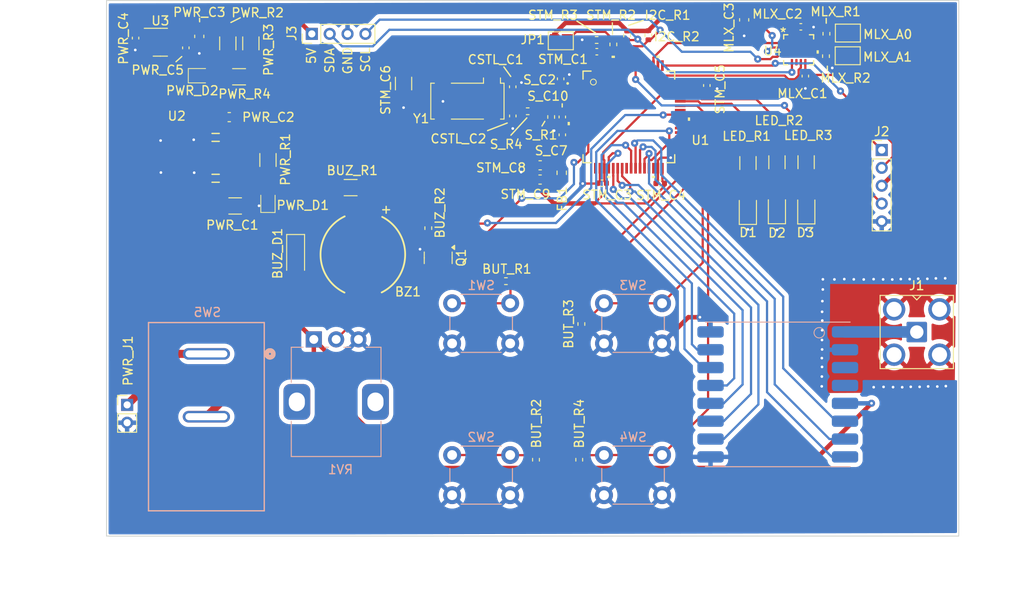
<source format=kicad_pcb>
(kicad_pcb (version 20240108) (generator "pcbnew") (generator_version "8.0")
  (layers (0 "F.Cu" signal) (31 "B.Cu" signal) (34 "B.Paste" user) (35 "F.Paste" user) (36 "B.SilkS" user "B.Silkscreen") (37 "F.SilkS" user "F.Silkscreen") (38 "B.Mask" user) (39 "F.Mask" user) (44 "Edge.Cuts" user))
  (net 0 "")
  (net 1 "GND")
  (net 2 "PUSH_1")
  (net 3 "PUSH_2")
  (net 4 "PUSH_3")
  (net 5 "PUSH_4")
  (net 6 "+3.3V")
  (net 7 "Net-(BUZ_D1-K)")
  (net 8 "Net-(BUZ_D1-A)")
  (net 9 "BUZZER")
  (net 10 "Net-(Q1-B)")
  (net 11 "OSC_IN")
  (net 12 "Net-(CSTL_C2-Pad1)")
  (net 13 "Net-(D1-A)")
  (net 14 "Net-(D2-A)")
  (net 15 "Net-(D3-A)")
  (net 16 "+3.3VA")
  (net 17 "I2C_SDA")
  (net 18 "I2C_SCL")
  (net 19 "/Capteurs/ANT")
  (net 20 "SYS_SWCLK")
  (net 21 "SYS_TRACESWO")
  (net 22 "SYS_SWDIO")
  (net 23 "+5V")
  (net 24 "Net-(JP1-B)")
  (net 25 "LED1")
  (net 26 "LED2")
  (net 27 "LED3")
  (net 28 "Net-(MLX_A0-B)")
  (net 29 "Net-(MLX_A1-B)")
  (net 30 "VCC")
  (net 31 "Net-(U3-Noise)")
  (net 32 "Net-(PWR_D1-A)")
  (net 33 "Net-(PWR_D2-A)")
  (net 34 "Net-(PWR_J1-Pin_1)")
  (net 36 "SPI_SCK")
  (net 37 "SPI_MOSI")
  (net 39 "SPI_MISO")
  (net 40 "RFM_NIRQ")
  (net 41 "SPI_RFM_CS")
  (net 42 "RFM_GPIO2")
  (net 43 "RFM_GPIO3")
  (net 44 "RFM_SDN")
  (net 45 "RFM_GPIO1")
  (net 46 "VOLUME")
  (net 47 "NRST")
  (net 48 "BOOT0")
  (net 49 "OSC_OUT")
  (net 53 "MLX_INT")
  (net 74 "MLX_INT{slash}TRIG")
  (net 82 "Net-(PWR_R2-Pad2)")
  (net 83 "Net-(PWR_R3-Pad2)")
  (footprint "Footprints:SOT-23-5" (layer "F.Cu") (at 105.83962 84.379372)
    (property "Reference" "U3")
    (property "Value" "NJM2882F05-TE1" (hide yes))
  )
  (footprint "Capacitor_SMD:C_0603_1608Metric" (layer "F.Cu") (at 148.342034 99.761996 180)
    (property "Reference" "STM_C9")
    (property "Value" "1u" (hide yes))
  )
  (footprint "Capacitor_SMD:C_0402_1005Metric" (layer "F.Cu") (at 145.278982 89.373488 90)
    (property "Reference" "CSTL_C1")
    (property "Value" "16p" (hide yes))
  )
  (footprint "Footprints:QFN-16_MLX90393_MEL-L" (layer "F.Cu") (at 177.278231 85.220567)
    (property "Reference" "U4")
    (property "Value" "MLX90393SLW-ABA-011-RE" (hide yes))
  )
  (footprint "Footprints:LTST-C190EKT" (layer "F.Cu") (at 110.490427 88.135148)
    (property "Reference" "PWR_D2")
    (property "Value" "Rouge" (hide yes))
  )
  (footprint "Capacitor_SMD:C_0402_1005Metric" (layer "F.Cu") (at 103.068486 83.916254 -90)
    (property "Reference" "PWR_C4")
    (property "Value" "100n" (hide yes))
  )
  (footprint "Jumper:SolderJumper-2_P1.3mm_Open_TrianglePad1.0x1.5mm" (layer "F.Cu") (at 150.659004 84.218428)
    (property "Reference" "JP1")
    (property "Value" "SolderJumper_2_Open" (hide yes))
  )
  (footprint "Footprints:Buzzer_D14mm_H7mm_P10mm" (layer "F.Cu") (at 128.498839 108.158845 -90)
    (property "Reference" "BZ1")
    (property "Value" "Buzzer" (hide yes))
  )
  (footprint "Resistor_SMD:R_0402_1005Metric" (layer "F.Cu") (at 144.518359 111.143805)
    (property "Reference" "BUT_R1")
    (property "Value" "10k" (hide yes))
  )
  (footprint "Capacitor_SMD:C_0402_1005Metric" (layer "F.Cu") (at 178.030825 88.171996 -90)
    (property "Reference" "MLX_C1")
    (property "Value" "100n" (hide yes))
  )
  (footprint "Connector_PinHeader_2.00mm:PinHeader_1x02_P2.00mm_Vertical" (layer "F.Cu") (at 102.1247 125.000704)
    (property "Reference" "PWR_J1")
    (property "Value" "Conn_01x02" (hide yes))
  )
  (footprint "Capacitor_SMD:C_0402_1005Metric" (layer "F.Cu") (at 155.282561 100.172607 180)
    (property "Reference" "STM_C3")
    (property "Value" "100n" (hide yes))
  )
  (footprint "Footprints:LTST-C170GKT" (layer "F.Cu") (at 178.134 102.891311 90)
    (property "Reference" "D3")
    (property "Value" "vert")
  )
  (footprint "Capacitor_SMD:C_0402_1005Metric" (layer "F.Cu") (at 161.784043 100.190872 180)
    (property "Reference" "STM_C4")
    (property "Value" "100n" (hide yes))
  )
  (footprint "Capacitor_SMD:C_0402_1005Metric" (layer "F.Cu") (at 154.690866 85.441841)
    (property "Reference" "STM_C1")
    (property "Value" "100n" (hide yes))
  )
  (footprint "Resistor_SMD:R_0402_1005Metric" (layer "F.Cu") (at 149.5818 92.752776 90)
    (property "Reference" "S_R1")
    (property "Value" "10k" (hide yes))
  )
  (footprint "Capacitor_SMD:C_0603_1608Metric" (layer "F.Cu") (at 148.351071 98.167376 180)
    (property "Reference" "STM_C8")
    (property "Value" "1u" (hide yes))
  )
  (footprint "Resistor_SMD:R_1206_3216Metric" (layer "F.Cu") (at 171.606194 97.912186 -90)
    (property "Reference" "LED_R1")
    (property "Value" "145")
  )
  (footprint "Capacitor_SMD:C_0402_1005Metric" (layer "F.Cu") (at 108.692757 85.011142 90)
    (property "Reference" "PWR_C5")
    (property "Value" "10n" (hide yes))
  )
  (footprint "Resistor_SMD:R_1206_3216Metric" (layer "F.Cu") (at 117.885532 97.572621 -90)
    (property "Reference" "PWR_R1")
    (property "Value" "145" (hide yes))
  )
  (footprint "Resistor_SMD:R_1206_3216Metric" (layer "F.Cu") (at 127.137717 100.66632 180)
    (property "Reference" "BUZ_R1")
    (property "Value" "30R")
  )
  (footprint "Resistor_SMD:R_0402_1005Metric" (layer "F.Cu") (at 146.95459 92.112051)
    (property "Reference" "S_R4")
    (property "Value" "R" (hide yes))
  )
  (footprint "Capacitor_SMD:C_0402_1005Metric" (layer "F.Cu") (at 150.828865 92.75254 -90)
    (property "Reference" "S_C10")
    (property "Value" "100n" (hide yes))
  )
  (footprint "Resistor_SMD:R_0402_1005Metric" (layer "F.Cu") (at 160.462331 83.595157 -90)
    (property "Reference" "I2C_R2")
    (property "Value" "10k" (hide yes))
  )
  (footprint "Resistor_SMD:R_1206_3216Metric" (layer "F.Cu") (at 114.652113 88.24969 180)
    (property "Reference" "PWR_R4")
    (property "Value" "145" (hide yes))
  )
  (footprint "Resistor_SMD:R_0402_1005Metric" (layer "F.Cu") (at 156.541962 84.625831 -90)
    (property "Reference" "STM_R2")
    (property "Value" "1k5" (hide yes))
  )
  (footprint "Connector_PinHeader_2.00mm:PinHeader_1x04_P2.00mm_Vertical" (layer "F.Cu") (at 122.793771 83.444547 90)
    (property "Reference" "J3")
    (property "Value" "Conn_01x04" (hide yes))
  )
  (footprint "Resistor_SMD:R_0402_1005Metric" (layer "F.Cu") (at 152.72226 131.144402 90)
    (property "Reference" "BUT_R4")
    (property "Value" "10k" (hide yes))
  )
  (footprint "Capacitor_SMD:C_0402_1005Metric" (layer "F.Cu") (at 150.830945 94.754238 90)
    (property "Reference" "S_C7")
    (property "Value" "10n")
  )
  (footprint "Footprints:LTST-C190EKT" (layer "F.Cu") (at 117.889205 101.929452 90)
    (property "Reference" "PWR_D1")
    (property "Value" "Rouge" (hide yes))
  )
  (footprint "Jumper:SolderJumper-2_P1.3mm_Open_TrianglePad1.0x1.5mm" (layer "F.Cu") (at 182.790757 83.354411 180)
    (property "Reference" "MLX_A0")
    (property "Value" "0" (hide yes))
  )
  (footprint "Resistor_SMD:R_1206_3216Metric" (layer "F.Cu") (at 174.851284 97.824974 -90)
    (property "Reference" "LED_R2")
    (property "Value" "145")
  )
  (footprint "Resistor_SMD:R_1206_3216Metric" (layer "F.Cu") (at 115.969343 84.507991 -90)
    (property "Reference" "PWR_R3")
    (property "Value" "145" (hide yes))
  )
  (footprint "Resistor_SMD:R_1206_3216Metric" (layer "F.Cu") (at 113.392153 84.507991 -90)
    (property "Reference" "PWR_R2")
    (property "Value" "145" (hide yes))
  )
  (footprint "Footprints:LTST-C170GKT" (layer "F.Cu") (at 174.847836 102.868888 90)
    (property "Reference" "D2")
    (property "Value" "vert")
  )
  (footprint "Resistor_SMD:R_1206_3216Metric" (layer "F.Cu") (at 178.116212 97.818212 -90)
    (property "Reference" "LED_R3")
    (property "Value" "145")
  )
  (footprint "Resistor_SMD:R_0402_1005Metric" (layer "F.Cu") (at 158.08034 83.62731 -90)
    (property "Reference" "I2C_R1")
    (property "Value" "10k" (hide yes))
  )
  (footprint "Resistor_SMD:R_0402_1005Metric" (layer "F.Cu") (at 152.962728 115.942218 90)
    (property "Reference" "BUT_R3")
    (property "Value" "10k" (hide yes))
  )
  (footprint "Capacitor_SMD:C_1206_3216Metric" (layer "F.Cu") (at 114.213326 102.720151)
    (property "Reference" "PWR_C1")
    (property "Value" "10u")
  )
  (footprint "Diode_SMD:D_SOD-123" (layer "F.Cu") (at 120.980217 108.27632 -90)
    (property "Reference" "BUZ_D1")
    (property "Value" "~")
  )
  (footprint "Capacitor_SMD:C_0402_1005Metric" (layer "F.Cu") (at 150.644835 88.481111 90)
    (property "Reference" "S_C2")
    (property "Value" "100n" (hide yes))
  )
  (footprint "Footprints:SOT-23" (layer "F.Cu") (at 136.938342 108.526334 -90)
    (property "Reference" "Q1")
    (property "Value" "MMBT3904" (hide yes))
  )
  (footprint "Jumper:SolderJumper-2_P1.3mm_Open_TrianglePad1.0x1.5mm" (layer "F.Cu") (at 182.772817 85.894411 180)
    (property "Reference" "MLX_A1")
    (property "Value" "0" (hide yes))
  )
  (footprint "Connector_PinHeader_2.00mm:PinHeader_1x05_P2.00mm_Vertical" (layer "F.Cu") (at 186.577203 96.45088)
    (property "Reference" "J2")
    (property "Value" "Conn_01x05_Socket" (hide yes))
  )
  (footprint "Resistor_SMD:R_0402_1005Metric" (layer "F.Cu") (at 180.388436 83.431731 90)
    (property "Reference" "MLX_R1")
    (property "Value" "10k" (hide yes))
  )
  (footprint "Footprints:LQFP64-10x10mm" (layer "F.Cu") (at 158.27861 92.744531)
    (property "Reference" "U1")
    (property "Value" "STM32F103RET6")
  )
  (footprint "Capacitor_SMD:C_0603_1608Metric" (layer "F.Cu") (at 171.181613 81.87451 -90)
    (property "Reference" "MLX_C3")
    (property "Value" "1u" (hide yes))
  )
  (footprint "Resistor_SMD:R_0402_1005Metric" (layer "F.Cu") (at 154.67277 84.131504 180)
    (property "Reference" "STM_R3")
    (property "Value" "10k" (hide yes))
  )
  (footprint "Resistor_SMD:R_0402_1005Metric" (layer "F.Cu") (at 180.339048 85.939371 -90)
    (property "Reference" "MLX_R2")
    (property "Value" "10k" (hide yes))
  )
  (footprint "Footprints:SMA_90deg" (layer "F.Cu") (at 190.5 116.84 -90)
    (property "Reference" "J1")
    (property "Value" "Conn_Coaxial")
  )
  (footprint "Capacitor_SMD:C_0603_1608Metric" (layer "F.Cu") (at 110.197582 83.725106 -90)
    (property "Reference" "PWR_C3")
    (property "Value" "1u" (hide yes))
  )
  (footprint "Footprints:LTST-C170GKT" (layer "F.Cu") (at 171.596103 102.941507 90)
    (property "Reference" "D1")
    (property "Value" "vert")
  )
  (footprint "Capacitor_SMD:C_0603_1608Metric" (layer "F.Cu") (at 113.552926 92.769922 180)
    (property "Reference" "PWR_C2")
    (property "Value" "4.7u" (hide yes))
  )
  (footprint "Capacitor_SMD:C_0402_1005Metric" (layer "F.Cu") (at 177.523578 82.654358)
    (property "Reference" "MLX_C2")
    (property "Value" "100n" (hide yes))
  )
  (footprint "Capacitor_SMD:C_0402_1005Metric" (layer "F.Cu") (at 145.287307 92.640414 -90)
    (property "Reference" "CSTL_C2")
    (property "Value" "16p" (hide yes))
  )
  (footprint "Capacitor_SMD:C_1206_3216Metric" (layer "F.Cu") (at 133.061517 89.007605 -90)
    (property "Reference" "STM_C6")
    (property "Value" "10u" (hide yes))
  )
  (footprint "Capacitor_SMD:C_0402_1005Metric" (layer "F.Cu") (at 167.002218 89.226716 -90)
    (property "Reference" "STM_C5")
    (property "Value" "100n" (hide yes))
  )
  (footprint "Footprints:Ferrite_0603" (layer "F.Cu") (at 150.762097 99.003301 90)
    (property "Reference" "FB1")
    (property "Value" "120R" (hide yes))
  )
  (footprint "Footprints:Crystal" (layer "F.Cu") (at 140.207307 90.979387 -90)
    (property "Reference" "Y1")
    (property "Value" "Crystal_GND24" (hide yes))
  )
  (footprint "Resistor_SMD:R_0402_1005Metric" (layer "F.Cu") (at 135.831105 105.204621 -90)
    (property "Reference" "BUZ_R2")
    (property "Value" "1k5")
  )
  (footprint "Resistor_SMD:R_0402_1005Metric" (layer "F.Cu") (at 147.882489 131.144402 90)
    (property "Reference" "BUT_R2")
    (property "Value" "10k" (hide yes))
  )
  (footprint "Footprints:DPAK-3_ONS-M" (layer "F.Cu") (at 107.722334 97.329514 90)
    (property "Reference" "U2")
    (property "Value" "NCV5501DT33RKG" (hide yes))
  )
  (footprint "Footprints:Potentiometer_Alps_RK09K_Single_Vertical" (layer "B.Cu") (at 123.016891 117.666496 -90)
    (property "Reference" "RV1")
    (property "Value" "R_Potentiometer")
  )
  (footprint "Footprints:SW_PUSH_6mm_H4.3mm" (layer "B.Cu") (at 161.996769 113.618461 180)
    (property "Reference" "SW3")
    (property "Value" "SW_Push")
  )
  (footprint "Footprints:SW_PUSH_6mm_H4.3mm" (layer "B.Cu") (at 144.996769 113.618461 180)
    (property "Reference" "SW1")
    (property "Value" "SW_Push")
  )
  (footprint "Footprints:SW_PUSH_6mm_H4.3mm" (layer "B.Cu") (at 161.996769 130.618461 180)
    (property "Reference" "SW4")
    (property "Value" "SW_Push")
  )
  (footprint "Footprints:SW_PUSH_6mm_H4.3mm" (layer "B.Cu") (at 144.996769 130.618461 180)
    (property "Reference" "SW2")
    (property "Value" "SW_Push")
  )
  (footprint "Footprints:RFM22b-S2" (layer "B.Cu") (at 175.853615 124.457388 180)
    (property "Reference" "RF1" (hide yes))
    (property "Value" "~" (hide yes))
  )
  (footprint "Footprints:D102J12S215PQA_CNK" (layer "B.Cu") (at 110.993874 119.288911 180)
    (property "Reference" "SW5")
    (property "Value" "SW_SPST")
  )
  (gr_line (start 113.739157 82.165267) (end 114.786529 81.641581) (stroke (width 0.153)) (layer "F.SilkS"))
  (gr_line (start 148.553402 93.758313) (end 148.870281 93.237727) (stroke (width 0.153)) (layer "F.SilkS"))
  (gr_line (start 145.079055 94.788168) (end 146.855839 92.852946) (stroke (width 0.153)) (layer "F.SilkS"))
  (gr_line (start 180.492785 87.061571) (end 180.492785 87.559786) (stroke (width 0.153)) (layer "F.SilkS"))
  (gr_line (start 152.459226 82.010023) (end 154.557905 83.354489) (stroke (width 0.153)) (layer "F.SilkS"))
  (gr_line (start 156.427226 82.203739) (end 156.451558 83.493291) (stroke (width 0.135)) (layer "F.SilkS"))
  (gr_line (start 158.263384 82.485505) (end 159.886581 81.928044) (stroke (width 0.153)) (layer "F.SilkS"))
  (gr_line (start 110.226097 81.707042) (end 110.235431 82.087205) (stroke (width 0.153)) (layer "F.SilkS"))
  (gr_line (start 180.363618 81.710369) (end 180.367228 82.247476) (stroke (width 0.153)) (layer "F.SilkS"))
  (gr_line (start 144.286859 87.149132) (end 145.056421 88.212938) (stroke (width 0.153)) (layer "F.SilkS"))
  (gr_line (start 107.597953 86.560884) (end 108.237671 85.985138) (stroke (width 0.153)) (layer "F.SilkS"))
  (gr_line (start 142.464807 94.278899) (end 144.660323 93.430117) (stroke (width 0.153)) (layer "F.SilkS"))
  (gr_line (start 150.816821 91.27987) (end 150.816821 91.6307) (stroke (width 0.153)) (layer "F.SilkS"))
  (gr_rect (start 99.82 79.7) (end 195.198436 139.7) (stroke (width 0.1)) (fill none) (layer "Edge.Cuts"))
  (gr_text "GND" (at 127.394014 88.065452 90) (layer "F.SilkS") (effects (font (size 1 1) (thickness 0.153)) (justify left bottom)))
  (gr_text "SCL" (at 129.384455 87.840343 90) (layer "F.SilkS") (effects (font (size 1 1) (thickness 0.153)) (justify left bottom)))
  (gr_text "SDA" (at 125.379878 87.935126 90) (layer "F.SilkS") (effects (font (size 1 1) (thickness 0.153)) (justify left bottom)))
  (gr_text "5V" (at 123.330198 86.91621 90) (layer "F.SilkS") (effects (font (size 1 1) (thickness 0.153)) (justify left bottom)))
  (segment (start 161.821052 97.312788) (end 162.957244 97.312788) (width 0.25) (layer "F.Cu") (net 1))
  (segment (start 137.457307 89.379387) (end 137.457307 90.992689) (width 0.25) (layer "F.Cu") (net 1))
  (segment (start 164.028609 89.49453) (end 166.790032 89.49453) (width 0.25) (layer "F.Cu") (net 1))
  (segment (start 154.139063 84.107797) (end 154.16277 84.131504) (width 0.25) (layer "F.Cu") (net 1))
  (segment (start 154.762813 100.212355) (end 154.802561 100.172607) (width 0.25) (layer "F.Cu") (net 1))
  (segment (start 153.053721 84.107797) (end 154.139063 84.107797) (width 0.25) (layer "F.Cu") (net 1))
  (segment (start 146.251543 88.893488) (end 146.256047 88.897992) (width 0.25) (layer "F.Cu") (net 1))
  (segment (start 171.590341 103.997269) (end 171.596103 103.991507) (width 0.25) (layer "F.Cu") (net 1))
  (segment (start 146.734536 98.929498) (end 147.567034 99.761996) (width 0.25) (layer "F.Cu") (net 1))
  (segment (start 155.028609 98.49453) (end 155.028609 99.946559) (width 0.25) (layer "F.Cu") (net 1))
  (segment (start 155.028609 85.584098) (end 155.170866 85.441841) (width 0.25) (layer "F.Cu") (net 1))
  (segment (start 177.278231 85.220567) (end 177.980231 84.518567) (width 0.25) (layer "F.Cu") (net 1))
  (segment (start 153.110556 100.212355) (end 154.762813 100.212355) (width 0.25) (layer "F.Cu") (net 1))
  (segment (start 178.127832 103.947479) (end 178.134 103.941311) (width 0.25) (layer "F.Cu") (net 1))
  (segment (start 145.287307 94.042746) (end 145.285621 94.044432) (width 0.25) (layer "F.Cu") (net 1))
  (segment (start 146.734536 98.929498) (end 146.813949 98.929498) (width 0.25) (layer "F.Cu") (net 1))
  (segment (start 171.181613 83.664858) (end 171.181613 82.64951) (width 0.25) (layer "F.Cu") (net 1))
  (segment (start 178.127832 105.371355) (end 178.127832 103.947479) (width 0.25) (layer "F.Cu") (net 1))
  (segment (start 161.528611 97.605229) (end 161.821052 97.312788) (width 0.25) (layer "F.Cu") (net 1))
  (segment (start 109.740427 88.135148) (end 109.740427 88.396221) (width 0.25) (layer "F.Cu") (net 1))
  (segment (start 137.470948 92.565746) (end 137.457307 92.579387) (width 0.25) (layer "F.Cu") (net 1))
  (segment (start 151.051237 94.49453) (end 150.830945 94.274238) (width 0.25) (layer "F.Cu") (net 1))
  (segment (start 177.980231 84.518567) (end 177.980231 83.871568) (width 0.25) (layer "F.Cu") (net 1))
  (segment (start 177.980231 83.871568) (end 178.028232 83.823567) (width 0.25) (layer "F.Cu") (net 1))
  (segment (start 154.135607 84.158667) (end 154.16277 84.131504) (width 0.25) (layer "F.Cu") (net 1))
  (segment (start 145.278982 88.893488) (end 146.251543 88.893488) (width 0.25) (layer "F.Cu") (net 1))
  (segment (start 135.988342 107.588834) (end 134.928844 107.588834) (width 0.25) (layer "F.Cu") (net 1))
  (segment (start 150.830945 94.274238) (end 150.830945 93.23462) (width 0.25) (layer "F.Cu") (net 1))
  (segment (start 116.886298 102.699827) (end 117.86883 102.699827) (width 0.5) (layer "F.Cu") (net 1))
  (segment (start 104.685238 84.396254) (end 104.70212 84.379372) (width 0.5) (layer "F.Cu") (net 1))
  (segment (start 178.030825 88.651996) (end 178.030825 89.552991) (width 0.25) (layer "F.Cu") (net 1))
  (segment (start 161.304043 100.190872) (end 161.528611 99.966304) (width 0.25) (layer "F.Cu") (net 1))
  (segment (start 178.028232 83.823567) (end 178.028232 82.679012) (width 0.25) (layer "F.Cu") (net 1))
  (segment (start 171.590341 105.343378) (end 171.590341 103.997269) (width 0.25) (layer "F.Cu") (net 1))
  (segment (start 145.287307 93.120414) (end 145.287307 94.042746) (width 0.25) (layer "F.Cu") (net 1))
  (segment (start 155.170866 85.1396) (end 155.170866 85.441841) (width 0.25) (layer "F.Cu") (net 1))
  (segment (start 150.819274 94.285909) (end 150.830945 94.274238) (width 0.25) (layer "F.Cu") (net 1))
  (segment (start 103.068486 85.21738) (end 103.035688 85.250178) (width 0.5) (layer "F.Cu") (net 1))
  (segment (start 150.644835 88.001111) (end 151.607343 88.001111) (width 0.25) (layer "F.Cu") (net 1))
  (segment (start 178.028232 82.679012) (end 178.003578 82.654358) (width 0.25) (layer "F.Cu") (net 1))
  (segment (start 110.197582 84.500106) (end 110.197582 85.627048) (width 0.5) (layer "F.Cu") (net 1))
  (segment (start 137.457307 90.992689) (end 137.470948 91.00633) (width 0.25) (layer "F.Cu") (net 1))
  (segment (start 108.692757 84.531142) (end 110.166546 84.531142) (width 0.5) (layer "F.Cu") (net 1))
  (segment (start 151.607343 88.001111) (end 151.609299 87.999155) (width 0.25) (layer "F.Cu") (net 1))
  (segment (start 174.854424 103.925476) (end 174.847836 103.918888) (width 0.25) (layer "F.Cu") (net 1))
  (segment (start 110.166546 84.531142) (end 110.197582 84.500106) (width 0.5) (layer "F.Cu") (net 1))
  (segment (start 154.16277 84.131504) (end 155.170866 85.1396) (width 0.25) (layer "F.Cu") (net 1))
  (segment (start 103.068486 84.396254) (end 104.685238 84.396254) (width 0.5) (layer "F.Cu") (net 1))
  (segment (start 112.777926 91.43372) (end 112.777926 92.769922) (width 0.25) (layer "F.Cu") (net 1))
  (segment (start 109.740427 88.135148) (end 109.740427 86.094255) (width 0.25) (layer "F.Cu") (net 1))
  (segment (start 166.229093 115.183123) (end 164.932107 115.183123) (width 0.5) (layer "F.Cu") (net 1))
  (segment (start 181.041186 87.260719) (end 180.339048 86.558581) (width 0.25) (layer "F.Cu") (net 1))
  (segment (start 178.003578 82.654358) (end 178.922136 82.654358) (width 0.25) (layer "F.Cu") (net 1))
  (segment (start 180.339048 86.558581) (end 180.339048 86.449371) (width 0.25) (layer "F.Cu") (net 1))
  (segment (start 155.028609 99.946559) (end 154.802561 100.172607) (width 0.25) (layer "F.Cu") (net 1))
  (segment (start 109.740427 88.396221) (end 112.777926 91.43372) (width 0.25) (layer "F.Cu") (net 1))
  (segment (start 110.197582 85.627048) (end 110.202608 85.632074) (width 0.5) (layer "F.Cu") (net 1))
  (segment (start 164.932107 115.183123) (end 161.996769 118.118461) (width 0.5) (layer "F.Cu") (net 1))
  (segment (start 137.470948 91.00633) (end 137.470948 92.565746) (width 0.25) (layer "F.Cu") (net 1))
  (segment (start 146.813949 98.929498) (end 147.576071 98.167376) (width 0.25) (layer "F.Cu") (net 1))
  (segment (start 178.030825 89.552991) (end 178.031338 89.553504) (width 0.25) (layer "F.Cu") (net 1))
  (segment (start 167.002218 89.706716) (end 168.027134 89.706716) (width 0.25) (layer "F.Cu") (net 1))
  (segment (start 155.028609 86.994532) (end 155.028609 85.584098) (width 0.25) (layer "F.Cu") (net 1))
  (segment (start 174.854424 105.399333) (end 174.854424 103.925476) (width 0.25) (layer "F.Cu") (net 1))
  (segment (start 149.909259 94.285909) (end 150.819274 94.285909) (width 0.25) (layer "F.Cu") (net 1))
  (segment (start 146.220496 98.929498) (end 146.734536 98.929498) (width 0.25) (layer "F.Cu") (net 1))
  (segment (start 134.928844 107.588834) (end 134.90458 107.56457) (width 0.25) (layer "F.Cu") (net 1))
  (segment (start 178.922136 82.654358) (end 178.950059 82.682281) (width 0.25) (layer "F.Cu") (net 1))
  (segment (start 161.528611 99.966304) (end 161.528611 98.49453) (width 0.25) (layer "F.Cu") (net 1))
  (segment (start 117.86883 102.699827) (end 117.889205 102.679452) (width 0.5) (layer "F.Cu") (net 1))
  (segment (start 115.688326 102.720151) (end 116.865974 102.720151) (width 0.5) (layer "F.Cu") (net 1))
  (segment (start 161.528611 98.49453) (end 161.528611 97.605229) (width 0.25) (layer "F.Cu") (net 1))
  (segment (start 180.148986 82.682281) (end 180.388436 82.921731) (width 0.25) (layer "F.Cu") (net 1))
  (segment (start 168.027134 89.706716) (end 168.154306 89.579544) (width 0.25) (layer "F.Cu") (net 1))
  (segment (start 103.068486 84.396254) (end 103.068486 85.21738) (width 0.5) (layer "F.Cu") (net 1))
  (segment (start 152.528611 94.49453) (end 151.051237 94.49453) (width 0.25) (layer "F.Cu") (net 1))
  (segment (start 166.790032 89.49453) (end 167.002218 89.706716) (width 0.25) (layer "F.Cu") (net 1))
  (segment (start 150.830945 93.23462) (end 150.828865 93.23254) (width 0.25) (layer "F.Cu") (net 1))
  (segment (start 133.061517 91.706123) (end 133.061517 90.482605) (width 0.25) (layer "F.Cu") (net 1))
  (segment (start 116.865974 102.720151) (end 116.886298 102.699827) (width 0.5) (layer "F.Cu") (net 1))
  (segment (start 109.740427 86.094255) (end 110.202608 85.632074) (width 0.25) (layer "F.Cu") (net 1))
  (segment (start 178.950059 82.682281) (end 180.148986 82.682281) (width 0.25) (layer "F.Cu") (net 1))
  (via (at 145.285621 94.044432) (size 0.8) (drill 0.3) (layers "F.Cu" "B.Cu") (net 1))
  (via (at 179.924996 115.555274) (size 0.8) (drill 0.3) (layers "F.Cu" "B.Cu") (net 1))
  (via (at 151.609299 87.999155) (size 0.8) (drill 0.3) (layers "F.Cu" "B.Cu") (net 1))
  (via (at 105.86951 95.39191) (size 0.8) (drill 0.3) (layers "F.Cu" "B.Cu") (net 1))
  (via (at 109.628932 98.993961) (size 0.8) (drill 0.3) (layers "F.Cu" "B.Cu") (net 1))
  (via (at 190.659701 110.869399) (size 0.8) (drill 0.3) (layers "F.Cu" "B.Cu") (net 1))
  (via (at 191.772852 122.935821) (size 0.8) (drill 0.3) (layers "F.Cu" "B.Cu") (net 1))
  (via (at 192.63826 110.833905) (size 0.8) (drill 0.3) (layers "F.Cu" "B.Cu") (net 1))
  (via (at 116.886298 102.699827) (size 0.8) (drill 0.3) (layers "F.Cu" "B.Cu") (net 1))
  (via (at 179.863446 122.924609) (size 0.8) (drill 0.3) (layers "F.Cu" "B.Cu") (net 1))
  (via (at 162.957244 97.312788) (size 0.8) (drill 0.3) (layers "F.Cu" "B.Cu") (net 1))
  (via (at 110.202608 85.632074) (size 0.8) (drill 0.3) (layers "F.Cu" "B.Cu") (net 1))
  (via (at 153.053721 84.107797) (size 0.8) (drill 0.3) (layers "F.Cu" "B.Cu") (net 1))
  (via (at 185.668773 110.922046) (size 0.8) (drill 0.3) (layers "F.Cu" "B.Cu") (net 1))
  (via (at 153.110556 100.212355) (size 0.8) (drill 0.3) (layers "F.Cu" "B.Cu") (net 1))
  (via (at 187.846357 123.013433) (size 0.8) (drill 0.3) (layers "F.Cu" "B.Cu") (net 1))
  (via (at 179.985733 112.073646) (size 0.8) (drill 0.3) (layers "F.Cu" "B.Cu") (net 1))
  (via (at 105.904482 98.976475) (size 0.8) (drill 0.3) (layers "F.Cu" "B.Cu") (net 1))
  (via (at 179.903897 118.794122) (size 0.8) (drill 0.3) (layers "F.Cu" "B.Cu") (net 1))
  (via (at 182.386972 110.914943) (size 0.8) (drill 0.3) (layers "F.Cu" "B.Cu") (net 1))
  (via (at 193.751411 122.900327) (size 0.8) (drill 0.3) (layers "F.Cu" "B.Cu") (net 1))
  (via (at 103.035688 85.250178) (size 0.8) (drill 0.3) (layers "F.Cu" "B.Cu") (net 1))
  (via (at 190.817553 122.981705) (size 0.8) (drill 0.3) (layers "F.Cu" "B.Cu") (net 1))
  (via (at 179.992528 110.939908) (size 0.8) (drill 0.3) (layers "F.Cu" "B.Cu") (net 1))
  (via (at 174.854424 105.399333) (size 0.8) (drill 0.3) (layers "F.Cu" "B.Cu") (net 1))
  (via (at 146.256047 88.897992) (size 0.8) (drill 0.3) (layers "F.Cu" "B.Cu") (net 1))
  (via (at 179.876844 121.828526) (size 0.8) (drill 0.3) (layers "F.Cu" "B.Cu") (net 1))
  (via (at 109.576475 95.304482) (size 0.8) (drill 0.3) (layers "F.Cu" "B.Cu") (net 1))
  (via (at 181.281387 110.946531) (size 0.8) (drill 0.3) (layers "F.Cu" "B.Cu") (net 1))
  (via (at 188.711765 110.911517) (size 0.8) (drill 0.3) (layers "F.Cu" "B.Cu") (net 1))
  (via (at 171.590341 105.343378) (size 0.8) (drill 0.3) (layers "F.Cu" "B.Cu") (net 1))
  (via (at 189.704402 110.915283) (size 0.8) (drill 0.3) (layers "F.Cu" "B.Cu") (net 1))
  (via (at 137.470948 91.00633) (size 0.8) (drill 0.3) (layers "F.Cu" "B.Cu") (net 1))
  (via (at 193.680503 110.822398) (size 0.8) (drill 0.3) (layers "F.Cu" "B.Cu") (net 1))
  (via (at 168.154306 89.579544) (size 0.8) (drill 0.3) (layers "F.Cu" "B.Cu") (net 1))
  (via (at 185.676339 123.020056) (size 0.8) (drill 0.3) (layers "F.Cu" "B.Cu") (net 1))
  (via (at 188.869617 123.023823) (size 0.8) (drill 0.3) (layers "F.Cu" "B.Cu") (net 1))
  (via (at 134.90458 107.56457) (size 0.8) (drill 0.3) (layers "F.Cu" "B.Cu") (net 1))
  (via (at 187.756466 110.957401) (size 0.8) (drill 0.3) (layers "F.Cu" "B.Cu") (net 1))
  (via (at 166.229093 115.183123) (size 0.8) (drill 0.3) (layers "F.Cu" "B.Cu") (net 1))
  (via (at 179.904057 114.573716) (size 0.8) (drill 0.3) (layers "F.Cu" "B.Cu") (net 1))
  (via (at 179.892734 117.734173) (size 0.8) (drill 0.3) (layers "F.Cu" "B.Cu") (net 1))
  (via (at 179.874769 119.764152) (size 0.8) (drill 0.3) (layers "F.Cu" "B.Cu") (net 1))
  (via (at 184.563188 110.953634) (size 0.8) (drill 0.3) (layers "F.Cu" "B.Cu") (net 1))
  (via (at 183.451405 110.939908) (size 0.8) (drill 0.3) (layers "F.Cu" "B.Cu") (net 1))
  (via (at 178.031338 89.553504) (size 0.8) (drill 0.3) (layers "F.Cu" "B.Cu") (net 1))
  (via (at 149.909259 94.285909) (size 0.8) (drill 0.3) (layers "F.Cu" "B.Cu") (net 1))
  (via (at 171.181613 83.664858) (size 0.8) (drill 0.3) (layers "F.Cu" "B.Cu") (net 1))
  (via (at 146.220496 98.929498) (size 0.8) (drill 0.3) (layers "F.Cu" "B.Cu") (net 1))
  (via (at 191.682961 110.879789) (size 0.8) (drill 0.3) (layers "F.Cu" "B.Cu") (net 1))
  (via (at 178.127832 105.371355) (size 0.8) (drill 0.3) (layers "F.Cu" "B.Cu") (net 1))
  (via (at 192.796112 122.946211) (size 0.8) (drill 0.3) (layers "F.Cu" "B.Cu") (net 1))
  (via (at 178.950059 82.682281) (size 0.8) (drill 0.3) (layers "F.Cu" "B.Cu") (net 1))
  (via (at 186.781924 122.988468) (size 0.8) (drill 0.3) (layers "F.Cu" "B.Cu") (net 1))
  (via (at 179.895708 120.74571) (size 0.8) (drill 0.3) (layers "F.Cu" "B.Cu") (net 1))
  (via (at 189.824916 122.977939) (size 0.8) (drill 0.3) (layers "F.Cu" "B.Cu") (net 1))
  (via (at 179.933746 113.38198) (size 0.8) (drill 0.3) (layers "F.Cu" "B.Cu") (net 1))
  (via (at 179.906132 116.63809) (size 0.8) (drill 0.3) (layers "F.Cu" "B.Cu") (net 1))
  (via (at 181.041186 87.260719) (size 0.8) (drill 0.3) (layers "F.Cu" "B.Cu") (net 1))
  (via (at 133.061517 91.706123) (size 0.8) (drill 0.3) (layers "F.Cu" "B.Cu") (net 1))
  (via (at 186.733206 110.947011) (size 0.8) (drill 0.3) (layers "F.Cu" "B.Cu") (net 1))
  (segment (start 179.937163 118.827388) (end 182.468615 118.827388) (width 0.5) (layer "B.Cu") (net 1))
  (segment (start 179.903897 118.794122) (end 179.937163 118.827388) (width 0.5) (layer "B.Cu") (net 1))
  (segment (start 144.996769 113.618461) (end 138.496769 113.618461) (width 0.25) (layer "F.Cu") (net 2))
  (segment (start 145.028359 113.586871) (end 144.996769 113.618461) (width 0.25) (layer "F.Cu") (net 2))
  (segment (start 145.028359 111.143805) (end 145.028359 113.586871) (width 0.25) (layer "F.Cu") (net 2))
  (segment (start 164.028609 99.397796) (end 152.2826 111.143805) (width 0.25) (layer "F.Cu") (net 2))
  (segment (start 152.2826 111.143805) (end 145.028359 111.143805) (width 0.25) (layer "F.Cu") (net 2))
  (segment (start 164.028609 96.494531) (end 164.028609 99.397796) (width 0.25) (layer "F.Cu") (net 2))
  (segment (start 164.92791 95.994532) (end 165.931608 96.99823) (width 0.25) (layer "F.Cu") (net 3))
  (segment (start 165.931608 96.99823) (end 165.931608 99.278995) (width 0.25) (layer "F.Cu") (net 3))
  (segment (start 165.931608 99.278995) (end 147.882489 117.328114) (width 0.25) (layer "F.Cu") (net 3))
  (segment (start 144.996769 130.618461) (end 138.496769 130.618461) (width 0.25) (layer "F.Cu") (net 3))
  (segment (start 147.882489 117.328114) (end 147.882489 130.634402) (width 0.25) (layer "F.Cu") (net 3))
  (segment (start 164.028609 95.994532) (end 164.92791 95.994532) (width 0.25) (layer "F.Cu") (net 3))
  (segment (start 147.882489 130.634402) (end 145.01271 130.634402) (width 0.25) (layer "F.Cu") (net 3))
  (segment (start 145.01271 130.634402) (end 144.996769 130.618461) (width 0.25) (layer "F.Cu") (net 3))
  (segment (start 165.285899 95.494531) (end 166.54251 96.751142) (width 0.25) (layer "F.Cu") (net 4))
  (segment (start 166.54251 96.751142) (end 166.54251 109.07272) (width 0.25) (layer "F.Cu") (net 4))
  (segment (start 164.028609 95.494531) (end 165.285899 95.494531) (width 0.25) (layer "F.Cu") (net 4))
  (segment (start 153.683012 115.432218) (end 155.496769 113.618461) (width 0.25) (layer "F.Cu") (net 4))
  (segment (start 166.54251 109.07272) (end 161.996769 113.618461) (width 0.25) (layer "F.Cu") (net 4))
  (segment (start 152.962728 115.432218) (end 153.683012 115.432218) (width 0.25) (layer "F.Cu") (net 4))
  (segment (start 161.996769 113.618461) (end 155.496769 113.618461) (width 0.25) (layer "F.Cu") (net 4))
  (segment (start 161.996769 130.618461) (end 167.142697 125.472533) (width 0.25) (layer "F.Cu") (net 5))
  (segment (start 155.480828 130.634402) (end 155.496769 130.618461) (width 0.25) (layer "F.Cu") (net 5))
  (segment (start 152.72226 130.634402) (end 155.480828 130.634402) (width 0.25) (layer "F.Cu") (net 5))
  (segment (start 167.142697 125.472533) (end 167.142697 96.454761) (width 0.25) (layer "F.Cu") (net 5))
  (segment (start 167.142697 96.454761) (end 165.682468 94.994532) (width 0.25) (layer "F.Cu") (net 5))
  (segment (start 155.496769 130.618461) (end 161.996769 130.618461) (width 0.25) (layer "F.Cu") (net 5))
  (segment (start 165.682468 94.994532) (end 164.028609 94.994532) (width 0.25) (layer "F.Cu") (net 5))
  (segment (start 155.422097 96.701742) (end 155.422097 97.491488) (width 0.25) (layer "F.Cu") (net 6))
  (segment (start 114.327926 92.769922) (end 117.778819 92.769922) (width 0.5) (layer "F.Cu") (net 6))
  (segment (start 150.369753 129.578517) (end 152.445638 131.654402) (width 0.5) (layer "F.Cu") (net 6))
  (segment (start 114.186634 92.911214) (end 114.327926 92.769922) (width 0.5) (layer "F.Cu") (net 6))
  (segment (start 185.435679 124.818408) (end 178.185626 132.068461) (width 0.5) (layer "F.Cu") (net 6))
  (segment (start 150.594301 86.063844) (end 153.588863 86.063844) (width 0.5) (layer "F.Cu") (net 6))
  (segment (start 117.778819 92.769922) (end 125.675217 100.66632) (width 0.5) (layer "F.Cu") (net 6))
  (segment (start 155.762561 100.172607) (end 155.762561 101.102884) (width 0.25) (layer "F.Cu") (net 6))
  (segment (start 117.778819 92.769922) (end 117.915443 92.769922) (width 0.5) (layer "F.Cu") (net 6))
  (segment (start 155.422097 97.491488) (end 155.52861 97.598001) (width 0.25) (layer "F.Cu") (net 6))
  (segment (start 178.185626 132.068461) (end 153.136319 132.068461) (width 0.5) (layer "F.Cu") (net 6))
  (segment (start 149.934004 84.218428) (end 146.619827 87.532605) (width 0.5) (layer "F.Cu") (net 6))
  (segment (start 149.934004 83.463428) (end 149.934004 84.218428) (width 0.5) (layer "F.Cu") (net 6))
  (segment (start 186.577203 100.45088) (end 188.383776 98.644307) (width 0.5) (layer "F.Cu") (net 6))
  (segment (start 182.015856 81.09951) (end 183.515757 82.599411) (width 0.5) (layer "F.Cu") (net 6))
  (segment (start 188.383776 98.644307) (end 188.383776 88.22243) (width 0.5) (layer "F.Cu") (net 6))
  (segment (start 148.162605 100.716425) (end 149.881315 102.435135) (width 0.5) (layer "F.Cu") (net 6))
  (segment (start 150.369753 129.487137) (end 148.202488 131.654402) (width 0.5) (layer "F.Cu") (net 6))
  (segment (start 149.117034 99.761996) (end 150.720792 99.761996) (width 0.25) (layer "F.Cu") (net 6))
  (segment (start 123.016891 117.666496) (end 123.016891 121.689193) (width 0.5) (layer "F.Cu") (net 6))
  (segment (start 163.129308 88.994531) (end 155.422097 96.701742) (width 0.25) (layer "F.Cu") (net 6))
  (segment (start 155.52861 97.598001) (end 155.52861 98.49453) (width 0.25) (layer "F.Cu") (net 6))
  (segment (start 160.329779 102.435135) (end 154.43031 102.435135) (width 0.25) (layer "F.Cu") (net 6))
  (segment (start 146.619827 87.532605) (end 146.602137 87.532605) (width 0.5) (layer "F.Cu") (net 6))
  (segment (start 173.78891 85.401602) (end 174.219945 84.970567) (width 0.25) (layer "F.Cu") (net 6))
  (segment (start 162.02861 99.955439) (end 162.264043 100.190872) (width 0.25) (layer "F.Cu") (net 6))
  (segment (start 133.061517 87.532605) (end 135.389393 89.860481) (width 0.5) (layer "F.Cu") (net 6))
  (segment (start 155.762561 101.102884) (end 154.43031 102.435135) (width 0.25) (layer "F.Cu") (net 6))
  (segment (start 147.46843 132.068461) (end 147.882489 131.654402) (width 0.5) (layer "F.Cu") (net 6))
  (segment (start 116.814924 95.039513) (end 117.885532 96.110121) (width 0.5) (layer "F.Cu") (net 6))
  (segment (start 114.186634 95.039513) (end 114.186634 92.911214) (width 0.5) (layer "F.Cu") (net 6))
  (segment (start 157.183124 82.220094) (end 151.177338 82.220094) (width 0.5) (layer "F.Cu") (net 6))
  (segment (start 174.318343 83.633161) (end 171.784692 81.09951) (width 0.25) (layer "F.Cu") (net 6))
  (segment (start 129.758204 119.871768) (end 125.222163 119.871768) (width 0.5) (layer "F.Cu") (net 6))
  (segment (start 155.52861 99.938656) (end 155.52861 98.49453) (width 0.25) (layer "F.Cu") (net 6))
  (segment (start 178.028232 87.689403) (end 178.030825 87.691996) (width 0.25) (layer "F.Cu") (net 6))
  (segment (start 143.094345 100.716425) (end 148.162605 100.716425) (width 0.5) (layer "F.Cu") (net 6))
  (segment (start 150.644835 88.961111) (end 152.495191 88.961111) (width 0.25) (layer "F.Cu") (net 6))
  (segment (start 158.08034 83.11731) (end 157.183124 82.220094) (width 0.5) (layer "F.Cu") (net 6))
  (segment (start 114.186634 95.039513) (end 116.814924 95.039513) (width 0.5) (layer "F.Cu") (net 6))
  (segment (start 150.369753 119.045193) (end 150.369753 129.487137) (width 0.5) (layer "F.Cu") (net 6))
  (segment (start 175.48873 81.09951) (end 177.043578 82.654358) (width 0.5) (layer "F.Cu") (net 6))
  (segment (start 183.497817 83.372351) (end 183.515757 83.354411) (width 0.5) (layer "F.Cu") (net 6))
  (segment (start 171.181613 81.09951) (end 175.48873 81.09951) (width 0.5) (layer "F.Cu") (net 6))
  (segment (start 149.028063 87.532605) (end 150.456569 88.961111) (width 0.5) (layer "F.Cu") (net 6))
  (segment (start 133.396159 132.068461) (end 147.46843 132.068461) (width 0.5) (layer "F.Cu") (net 6))
  (segment (start 175.48873 81.09951) (end 182.015856 81.09951) (width 0.5) (layer "F.Cu") (net 6))
  (segment (start 149.5818 93.262776) (end 147.054296 95.79028) (width 0.5) (layer "F.Cu") (net 6))
  (segment (start 153.588863 86.063844) (end 154.210866 85.441841) (width 0.5) (layer "F.Cu") (net 6))
  (segment (start 178.030825 87.691996) (end 178.380308 88.041479) (width 0.25) (layer "F.Cu") (net 6))
  (segment (start 148.162605 100.716425) (end 149.117034 99.761996) (width 0.5) (layer "F.Cu") (net 6))
  (segment (start 153.136319 132.068461) (end 152.72226 131.654402) (width 0.5) (layer "F.Cu") (net 6))
  (segment (start 183.497817 86.649411) (end 183.497817 85.894411) (width 0.25) (layer "F.Cu") (net 6))
  (segment (start 138.1682 95.79028) (end 143.094345 100.716425) (width 0.5) (layer "F.Cu") (net 6))
  (segment (start 123.016891 121.689193) (end 133.396159 132.068461) (width 0.5) (layer "F.Cu") (net 6))
  (segment (start 119.469194 94.323673) (end 117.915443 92.769922) (width 0.5) (layer "F.Cu") (net 6))
  (segment (start 138.486167 111.143805) (end 129.758204 119.871768) (width 0.5) (layer "F.Cu") (net 6))
  (segment (start 177.028231 82.669705) (end 177.043578 82.654358) (width 0.25) (layer "F.Cu") (net 6))
  (segment (start 162.264043 100.500871) (end 160.329779 102.435135) (width 0.25) (layer "F.Cu") (net 6))
  (segment (start 166.754403 88.994531) (end 167.002218 88.746716) (width 0.25) (layer "F.Cu") (net 6))
  (segment (start 123.15276 87.532605) (end 133.061517 87.532605) (width 0.5) (layer "F.Cu") (net 6))
  (segment (start 162.264043 100.190872) (end 162.264043 100.500871) (width 0.25) (layer "F.Cu") (net 6))
  (segment (start 164.028609 88.994531) (end 166.754403 88.994531) (width 0.25) (layer "F.Cu") (net 6))
  (segment (start 117.915443 92.769922) (end 123.15276 87.532605) (width 0.5) (layer "F.Cu") (net 6))
  (segment (start 188.383776 88.22243) (end 183.515757 83.354411) (width 0.5) (layer "F.Cu") (net 6))
  (segment (start 164.028609 88.994531) (end 163.129308 88.994531) (width 0.25) (layer "F.Cu") (net 6))
  (segment (start 152.962728 116.452218) (end 150.369753 119.045193) (width 0.5) (layer "F.Cu") (net 6))
  (segment (start 147.054296 95.79028) (end 138.1682 95.79028) (width 0.5) (layer "F.Cu") (net 6))
  (segment (start 125.222163 119.871768) (end 123.016891 117.666496) (width 0.5) (layer "F.Cu") (net 6))
  (segment (start 155.762561 100.172607) (end 155.52861 99.938656) (width 0.25) (layer "F.Cu") (net 6))
  (segment (start 162.02861 98.49453) (end 162.02861 99.955439) (width 0.25) (layer "F.Cu") (net 6))
  (segment (start 152.495191 88.961111) (end 152.528611 88.994531) (width 0.25) (layer "F.Cu") (net 6))
  (segment (start 149.12554 87.532605) (end 150.594301 86.063844) (width 0.5) (layer "F.Cu") (net 6))
  (segment (start 162.447978 81.09951) (end 171.181613 81.09951) (width 0.5) (layer "F.Cu") (net 6))
  (segment (start 135.389393 89.860481) (end 135.389393 93.011473) (width 0.5) (layer "F.Cu") (net 6))
  (segment (start 133.061517 87.532605) (end 146.602137 87.532605) (width 0.5) (layer "F.Cu") (net 6))
  (segment (start 177.028231 83.823567) (end 177.028231 82.669705) (width 0.25) (layer "F.Cu") (net 6))
  (segment (start 160.430178 83.11731) (end 160.462331 83.085157) (width 0.5) (layer "F.Cu") (net 6))
  (segment (start 150.720792 99.761996) (end 150.762097 99.803301) (width 0.25) (layer "F.Cu") (net 6))
  (segment (start 146.602137 87.532605) (end 149.028063 87.532605) (width 0.5) (layer "F.Cu") (net 6))
  (segment (start 154.52861 85.759585) (end 154.210866 85.441841) (width 0.25) (layer "F.Cu") (net 6))
  (segment (start 182.105749 88.041479) (end 183.497817 86.649411) (width 0.25) (layer "F.Cu") (net 6))
  (segment (start 160.462331 83.085157) (end 162.447978 81.09951) (width 0.5) (layer "F.Cu") (net 6))
  (segment (start 174.219945 84.970567) (end 175.881231 84.970567) (width 0.25) (layer "F.Cu") (net 6))
  (segment (start 135.389393 93.011473) (end 138.1682 95.79028) (width 0.5) (layer "F.Cu") (net 6))
  (segment (start 183.515757 82.599411) (end 183.515757 83.354411) (width 0.5) (layer "F.Cu") (net 6))
  (segment (start 144.008359 111.143805) (end 138.486167 111.143805) (width 0.5) (layer "F.Cu") (net 6))
  (segment (start 178.380308 88.041479) (end 182.105749 88.041479) (width 0.25) (layer "F.Cu") (net 6))
  (segment (start 149.881315 102.435135) (end 154.43031 102.435135) (width 0.5) (layer "F.Cu") (net 6))
  (segment (start 150.369753 129.487137) (end 150.369753 129.578517) (width 0.5) (layer "F.Cu") (net 6))
  (segment (start 154.52861 86.994532) (end 154.52861 85.759585) (width 0.25) (layer "F.Cu") (net 6))
  (segment (start 123.016891 117.666496) (end 119.469194 114.118799) (width 0.5) (layer "F.Cu") (net 6))
  (segment (start 150.456569 88.961111) (end 150.644835 88.961111) (width 0.5) (layer "F.Cu") (net 6))
  (segment (start 149.028063 87.532605) (end 149.12554 87.532605) (width 0.5) (layer "F.Cu") (net 6))
  (segment (start 158.08034 83.11731) (end 160.430178 83.11731) (width 0.5) (layer "F.Cu") (net 6))
  (segment (start 152.445638 131.654402) (end 152.72226 131.654402) (width 0.5) (layer "F.Cu") (net 6))
  (segment (start 119.469194 114.118799) (end 119.469194 94.323673) (width 0.5) (layer "F.Cu") (net 6))
  (segment (start 148.202488 131.654402) (end 147.882489 131.654402) (width 0.5) (layer "F.Cu") (net 6))
  (segment (start 183.497817 85.894411) (end 183.497817 83.372351) (width 0.5) (layer "F.Cu") (net 6))
  (segment (start 178.028232 86.617567) (end 178.028232 87.689403) (width 0.25) (layer "F.Cu") (net 6))
  (segment (start 171.784692 81.09951) (end 171.181613 81.09951) (width 0.25) (layer "F.Cu") (net 6))
  (segment (start 151.177338 82.220094) (end 149.934004 83.463428) (width 0.5) (layer "F.Cu") (net 6))
  (via (at 174.318343 83.633161) (size 0.8) (drill 0.3) (layers "F.Cu" "B.Cu") (net 6))
  (via (at 173.78891 85.401602) (size 0.8) (drill 0.3) (layers "F.Cu" "B.Cu") (net 6))
  (via (at 185.435679 124.818408) (size 0.8) (drill 0.3) (layers "F.Cu" "B.Cu") (net 6))
  (segment (start 182.468615 124.827388) (end 185.426699 124.827388) (width 0.5) (layer "B.Cu") (net 6))
  (segment (start 173.78891 85.401602) (end 174.318343 84.872169) (width 0.25) (layer "B.Cu") (net 6))
  (segment (start 185.426699 124.827388) (end 185.435679 124.818408) (width 0.5) (layer "B.Cu") (net 6))
  (segment (start 174.318343 84.872169) (end 174.318343 83.633161) (width 0.25) (layer "B.Cu") (net 6))
  (segment (start 128.600217 103.857467) (end 128.498839 103.958845) (width 0.25) (layer "F.Cu") (net 7))
  (segment (start 128.600217 100.66632) (end 128.600217 103.857467) (width 0.25) (layer "F.Cu") (net 7))
  (segment (start 123.647692 103.958845) (end 120.980217 106.62632) (width 0.25) (layer "F.Cu") (net 7))
  (segment (start 128.498839 103.958845) (end 123.647692 103.958845) (width 0.25) (layer "F.Cu") (net 7))
  (segment (start 123.412742 112.358845) (end 128.498839 112.358845) (width 0.25) (layer "F.Cu") (net 8))
  (segment (start 128.498839 112.358845) (end 134.043331 112.358845) (width 0.25) (layer "F.Cu") (net 8))
  (segment (start 120.980217 109.92632) (end 123.412742 112.358845) (width 0.25) (layer "F.Cu") (net 8))
  (segment (start 134.043331 112.358845) (end 136.938342 109.463834) (width 0.25) (layer "F.Cu") (net 8))
  (segment (start 162.117172 92.531818) (end 162.154459 92.494531) (width 0.25) (layer "F.Cu") (net 9))
  (segment (start 142.379621 104.694621) (end 142.448401 104.625841) (width 0.25) (layer "F.Cu") (net 9))
  (segment (start 135.831105 104.694621) (end 142.379621 104.694621) (width 0.25) (layer "F.Cu") (net 9))
  (segment (start 162.154459 92.494531) (end 164.028609 92.494531) (width 0.25) (layer "F.Cu") (net 9))
  (via (at 142.448401 104.625841) (size 0.8) (drill 0.3) (layers "F.Cu" "B.Cu") (net 9))
  (via (at 162.117172 92.531818) (size 0.8) (drill 0.3) (layers "F.Cu" "B.Cu") (net 9))
  (segment (start 157.870216 92.531818) (end 162.117172 92.531818) (width 0.25) (layer "B.Cu") (net 9))
  (segment (start 154.063937 96.338097) (end 157.870216 92.531818) (width 0.25) (layer "B.Cu") (net 9))
  (segment (start 150.123563 104.625841) (end 154.063937 100.685467) (width 0.25) (layer "B.Cu") (net 9))
  (segment (start 154.063937 100.685467) (end 154.063937 96.338097) (width 0.25) (layer "B.Cu") (net 9))
  (segment (start 142.448401 104.625841) (end 150.123563 104.625841) (width 0.25) (layer "B.Cu") (net 9))
  (segment (start 136.014129 105.714621) (end 137.888342 107.588834) (width 0.25) (layer "F.Cu") (net 10))
  (segment (start 135.831105 105.714621) (end 136.014129 105.714621) (width 0.25) (layer "F.Cu") (net 10))
  (segment (start 142.957307 89.379387) (end 143.431408 89.853488) (width 0.25) (layer "F.Cu") (net 11))
  (segment (start 143.431408 89.853488) (end 145.278982 89.853488) (width 0.25) (layer "F.Cu") (net 11))
  (segment (start 145.278982 89.853488) (end 146.420026 90.994532) (width 0.25) (layer "F.Cu") (net 11))
  (segment (start 146.420026 90.994532) (end 152.528611 90.994532) (width 0.25) (layer "F.Cu") (net 11))
  (segment (start 145.287307 92.160414) (end 143.37628 92.160414) (width 0.25) (layer "F.Cu") (net 12))
  (segment (start 143.37628 92.160414) (end 142.957307 92.579387) (width 0.25) (layer "F.Cu") (net 12))
  (segment (start 145.33567 92.112051) (end 145.287307 92.160414) (width 0.25) (layer "F.Cu") (net 12))
  (segment (start 146.44459 92.112051) (end 145.33567 92.112051) (width 0.25) (layer "F.Cu") (net 12))
  (segment (start 171.606194 99.374686) (end 171.606194 101.881416) (width 0.25) (layer "F.Cu") (net 13))
  (segment (start 171.606194 101.881416) (end 171.596103 101.891507) (width 0.25) (layer "F.Cu") (net 13))
  (segment (start 174.851284 101.81544) (end 174.847836 101.818888) (width 0.25) (layer "F.Cu") (net 14))
  (segment (start 174.851284 99.287474) (end 174.851284 101.81544) (width 0.25) (layer "F.Cu") (net 14))
  (segment (start 178.116212 99.280712) (end 178.116212 101.823523) (width 0.25) (layer "F.Cu") (net 15))
  (segment (start 178.116212 101.823523) (end 178.134 101.841311) (width 0.25) (layer "F.Cu") (net 15))
  (segment (start 150.830945 95.234238) (end 151.070651 94.994532) (width 0.25) (layer "F.Cu") (net 16))
  (segment (start 151.070651 94.994532) (end 152.528611 94.994532) (width 0.25) (layer "F.Cu") (net 16))
  (segment (start 150.762097 97.798819) (end 150.830945 97.729971) (width 0.25) (layer "F.Cu") (net 16))
  (segment (start 150.830945 97.729971) (end 150.830945 95.234238) (width 0.25) (layer "F.Cu") (net 16))
  (segment (start 150.762097 98.203301) (end 150.762097 97.798819) (width 0.25) (layer "F.Cu") (net 16))
  (segment (start 149.161996 98.203301) (end 149.126071 98.167376) (width 0.25) (layer "F.Cu") (net 16))
  (segment (start 150.762097 98.203301) (end 149.161996 98.203301) (width 0.25) (layer "F.Cu") (net 16))
  (segment (start 159.175088 84.13731) (end 159.272295 84.040103) (width 0.25) (layer "F.Cu") (net 17))
  (segment (start 157.02861 86.994532) (end 157.02861 85.958836) (width 0.25) (layer "F.Cu") (net 17))
  (segment (start 176.52823 87.738846) (end 176.524379 87.742697) (width 0.25) (layer "F.Cu") (net 17))
  (segment (start 157.02861 85.958836) (end 158.08034 84.907106) (width 0.25) (layer "F.Cu") (net 17))
  (segment (start 158.08034 84.907106) (end 158.08034 84.13731) (width 0.25) (layer "F.Cu") (net 17))
  (segment (start 176.52823 86.617567) (end 176.52823 87.738846) (width 0.25) (layer "F.Cu") (net 17))
  (segment (start 158.08034 84.13731) (end 159.175088 84.13731) (width 0.25) (layer "F.Cu") (net 17))
  (via (at 159.272295 84.040103) (size 0.8) (drill 0.3) (layers "F.Cu" "B.Cu") (net 17))
  (via (at 176.524379 87.742697) (size 0.8) (drill 0.3) (layers "F.Cu" "B.Cu") (net 17))
  (segment (start 129.620462 84.83758) (end 126.186804 84.83758) (width 0.25) (layer "B.Cu") (net 17))
  (segment (start 158.218284 82.986092) (end 131.47195 82.986092) (width 0.25) (layer "B.Cu") (net 17))
  (segment (start 159.272295 84.040103) (end 158.218284 82.986092) (width 0.25) (layer "B.Cu") (net 17))
  (segment (start 131.47195 82.986092) (end 129.620462 84.83758) (width 0.25) (layer "B.Cu") (net 17))
  (segment (start 162.974889 87.742697) (end 159.272295 84.040103) (width 0.25) (layer "B.Cu") (net 17))
  (segment (start 126.186804 84.83758) (end 124.793771 83.444547) (width 0.25) (layer "B.Cu") (net 17))
  (segment (start 176.524379 87.742697) (end 162.974889 87.742697) (width 0.25) (layer "B.Cu") (net 17))
  (segment (start 174.115408 86.269532) (end 174.366668 86.018272) (width 0.25) (layer "F.Cu") (net 18))
  (segment (start 175.436388 85.470567) (end 175.881231 85.470567) (width 0.25) (layer "F.Cu") (net 18))
  (segment (start 160.462331 84.105157) (end 160.689709 84.105157) (width 0.25) (layer "F.Cu") (net 18))
  (segment (start 159.801748 84.831168) (end 158.792674 84.831168) (width 0.25) (layer "F.Cu") (net 18))
  (segment (start 160.462331 84.105157) (end 160.462331 84.170585) (width 0.25) (layer "F.Cu") (net 18))
  (segment (start 160.689709 84.105157) (end 161.776296 83.01857) (width 0.25) (layer "F.Cu") (net 18))
  (segment (start 160.462331 84.170585) (end 159.801748 84.831168) (width 0.25) (layer "F.Cu") (net 18))
  (segment (start 172.701802 86.269532) (end 174.115408 86.269532) (width 0.25) (layer "F.Cu") (net 18))
  (segment (start 174.888683 86.018272) (end 175.436388 85.470567) (width 0.25) (layer "F.Cu") (net 18))
  (segment (start 158.792674 84.831168) (end 157.528609 86.095233) (width 0.25) (layer "F.Cu") (net 18))
  (segment (start 157.528609 86.095233) (end 157.528609 86.994532) (width 0.25) (layer "F.Cu") (net 18))
  (segment (start 174.366668 86.018272) (end 174.888683 86.018272) (width 0.25) (layer "F.Cu") (net 18))
  (via (at 161.776296 83.01857) (size 0.8) (drill 0.3) (layers "F.Cu" "B.Cu") (net 18))
  (via (at 172.701802 86.269532) (size 0.8) (drill 0.3) (layers "F.Cu" "B.Cu") (net 18))
  (segment (start 161.776296 83.01857) (end 160.610138 81.852412) (width 0.25) (layer "B.Cu") (net 18))
  (segment (start 171.883283 85.451013) (end 164.208739 85.451013) (width 0.25) (layer "B.Cu") (net 18))
  (segment (start 172.701802 86.269532) (end 171.883283 85.451013) (width 0.25) (layer "B.Cu") (net 18))
  (segment (start 160.610138 81.852412) (end 130.385906 81.852412) (width 0.25) (layer "B.Cu") (net 18))
  (segment (start 130.385906 81.852412) (end 128.793771 83.444547) (width 0.25) (layer "B.Cu") (net 18))
  (segment (start 164.208739 85.451013) (end 161.776296 83.01857) (width 0.25) (layer "B.Cu") (net 18))
  (segment (start 190.487388 116.827388) (end 190.5 116.84) (width 0.25) (layer "B.Cu") (net 19))
  (segment (start 182.468615 116.827388) (end 190.487388 116.827388) (width 1.3) (layer "B.Cu") (net 19))
  (segment (start 187.808776 95.697533) (end 187.808776 97.219307) (width 0.25) (layer "F.Cu") (net 20))
  (segment (start 174.666973 86.743272) (end 174.415713 86.994532) (width 0.25) (layer "F.Cu") (net 20))
  (segment (start 174.415713 86.994532) (end 162.02861 86.994532) (width 0.25) (layer "F.Cu") (net 20))
  (segment (start 181.960513 89.84927) (end 187.808776 95.697533) (width 0.25) (layer "F.Cu") (net 20))
  (segment (start 187.808776 97.219307) (end 186.577203 98.45088) (width 0.25) (layer "F.Cu") (net 20))
  (via (at 181.960513 89.84927) (size 0.8) (drill 0.3) (layers "F.Cu" "B.Cu") (net 20))
  (via (at 174.666973 86.743272) (size 0.8) (drill 0.3) (layers "F.Cu" "B.Cu") (net 20))
  (segment (start 178.854515 86.743272) (end 174.666973 86.743272) (width 0.25) (layer "B.Cu") (net 20))
  (segment (start 181.960513 89.84927) (end 178.854515 86.743272) (width 0.25) (layer "B.Cu") (net 20))
  (segment (start 159.033962 88.549166) (end 159.033962 86.999883) (width 0.25) (layer "F.Cu") (net 21))
  (segment (start 159.033962 86.999883) (end 159.028611 86.994532) (width 0.25) (layer "F.Cu") (net 21))
  (segment (start 175.696234 91.569911) (end 175.696234 91.458003) (width 0.25) (layer "F.Cu") (net 21))
  (segment (start 186.577203 102.45088) (end 175.696234 91.569911) (width 0.25) (layer "F.Cu") (net 21))
  (via (at 175.696234 91.458003) (size 0.8) (drill 0.3) (layers "F.Cu" "B.Cu") (net 21))
  (via (at 159.033962 88.549166) (size 0.8) (drill 0.3) (layers "F.Cu" "B.Cu") (net 21))
  (segment (start 161.942799 91.458003) (end 159.033962 88.549166) (width 0.25) (layer "B.Cu") (net 21))
  (segment (start 175.696234 91.458003) (end 161.942799 91.458003) (width 0.25) (layer "B.Cu") (net 21))
  (segment (start 166.341828 89.994531) (end 164.028609 89.994531) (width 0.25) (layer "F.Cu") (net 22))
  (segment (start 167.368708 90.311716) (end 166.635728 90.311716) (width 0.25) (layer "F.Cu") (net 22))
  (segment (start 167.37588 90.304544) (end 167.368708 90.311716) (width 0.25) (layer "F.Cu") (net 22))
  (segment (start 180.430867 90.304544) (end 167.37588 90.304544) (width 0.25) (layer "F.Cu") (net 22))
  (segment (start 166.635728 90.311716) (end 166.367218 90.043206) (width 0.25) (layer "F.Cu") (net 22))
  (segment (start 186.577203 96.45088) (end 180.430867 90.304544) (width 0.25) (layer "F.Cu") (net 22))
  (segment (start 166.367218 90.043206) (end 166.367218 90.019921) (width 0.25) (layer "F.Cu") (net 22))
  (segment (start 166.367218 90.019921) (end 166.341828 89.994531) (width 0.25) (layer "F.Cu") (net 22))
  (segment (start 115.070997 81.366647) (end 120.715871 81.366647) (width 0.5) (layer "F.Cu") (net 23))
  (segment (start 110.197582 82.950106) (end 107.456386 82.950106) (width 0.5) (layer "F.Cu") (net 23))
  (segment (start 107.456386 82.950106) (end 106.97712 83.429372) (width 0.5) (layer "F.Cu") (net 23))
  (segment (start 113.392153 83.045491) (end 115.070997 81.366647) (width 0.5) (layer "F.Cu") (net 23))
  (segment (start 120.715871 81.366647) (end 122.793771 83.444547) (width 0.5) (layer "F.Cu") (net 23))
  (segment (start 113.296768 82.950106) (end 113.392153 83.045491) (width 0.5) (layer "F.Cu") (net 23))
  (segment (start 110.197582 82.950106) (end 113.296768 82.950106) (width 0.5) (layer "F.Cu") (net 23))
  (segment (start 155.648349 83.222218) (end 152.380214 83.222218) (width 0.25) (layer "F.Cu") (net 24))
  (segment (start 156.541962 84.115831) (end 155.648349 83.222218) (width 0.25) (layer "F.Cu") (net 24))
  (segment (start 152.380214 83.222218) (end 151.384004 84.218428) (width 0.25) (layer "F.Cu") (net 24))
  (segment (start 170.86451 96.449686) (end 171.606194 96.449686) (width 0.25) (layer "F.Cu") (net 25))
  (segment (start 165.909355 91.494531) (end 170.86451 96.449686) (width 0.25) (layer "F.Cu") (net 25))
  (segment (start 164.028609 91.494531) (end 165.909355 91.494531) (width 0.25) (layer "F.Cu") (net 25))
  (segment (start 166.045752 90.994532) (end 164.028609 90.994532) (width 0.25) (layer "F.Cu") (net 26))
  (segment (start 166.329969 91.278749) (end 166.045752 90.994532) (width 0.25) (layer "F.Cu") (net 26))
  (segment (start 169.767559 91.278749) (end 166.329969 91.278749) (width 0.25) (layer "F.Cu") (net 26))
  (segment (start 174.851284 96.362474) (end 169.767559 91.278749) (width 0.25) (layer "F.Cu") (net 26))
  (segment (start 172.507872 90.761716) (end 166.449332 90.761716) (width 0.25) (layer "F.Cu") (net 27))
  (segment (start 166.449332 90.761716) (end 166.182146 90.49453) (width 0.25) (layer "F.Cu") (net 27))
  (segment (start 178.116212 96.355712) (end 172.515044 90.754544) (width 0.25) (layer "F.Cu") (net 27))
  (segment (start 172.515044 90.754544) (end 172.507872 90.761716) (width 0.25) (layer "F.Cu") (net 27))
  (segment (start 166.182146 90.49453) (end 164.028609 90.49453) (width 0.25) (layer "F.Cu") (net 27))
  (segment (start 179.204066 83.941731) (end 178.675231 84.470566) (width 0.25) (layer "F.Cu") (net 28))
  (segment (start 181.478437 83.941731) (end 182.065757 83.354411) (width 0.25) (layer "F.Cu") (net 28))
  (segment (start 180.388436 83.941731) (end 179.204066 83.941731) (width 0.25) (layer "F.Cu") (net 28))
  (segment (start 180.388436 83.941731) (end 181.478437 83.941731) (width 0.25) (layer "F.Cu") (net 28))
  (segment (start 181.582777 85.429371) (end 182.047817 85.894411) (width 0.25) (layer "F.Cu") (net 29))
  (segment (start 180.339048 85.429371) (end 181.582777 85.429371) (width 0.25) (layer "F.Cu") (net 29))
  (segment (start 179.880244 84.970567) (end 180.339048 85.429371) (width 0.25) (layer "F.Cu") (net 29))
  (segment (start 178.675231 84.970567) (end 179.880244 84.970567) (width 0.25) (layer "F.Cu") (net 29))
  (segment (start 112.738326 102.720151) (end 112.738326 115.152419) (width 0.5) (layer "F.Cu") (net 30))
  (segment (start 112.738326 101.067823) (end 114.186634 99.619515) (width 0.5) (layer "F.Cu") (net 30))
  (segment (start 114.840203 122.478382) (end 114.840203 117.307027) (width 0.9) (layer "F.Cu") (net 30))
  (segment (start 101.989795 88.041697) (end 104.70212 85.329372) (width 0.5) (layer "F.Cu") (net 30))
  (segment (start 105.364619 85.329372) (end 105.855285 84.838706) (width 0.5) (layer "F.Cu") (net 30))
  (segment (start 112.738326 102.720151) (end 112.738326 101.067823) (width 0.5) (layer "F.Cu") (net 30))
  (segment (start 112.738326 115.152419) (end 112.71196 115.178785) (width 0.5) (layer "F.Cu") (net 30))
  (segment (start 103.068486 83.436254) (end 104.695238 83.436254) (width 0.5) (layer "F.Cu") (net 30))
  (segment (start 104.70212 85.329372) (end 105.364619 85.329372) (width 0.5) (layer "F.Cu") (net 30))
  (segment (start 114.840203 117.307027) (end 112.71196 115.178785) (width 0.9) (layer "F.Cu") (net 30))
  (segment (start 105.855285 84.838706) (end 105.855285 83.920038) (width 0.5) (layer "F.Cu") (net 30))
  (segment (start 112.71196 115.178785) (end 101.989795 104.456619) (width 0.5) (layer "F.Cu") (net 30))
  (segment (start 110.993874 126.324711) (end 114.840203 122.478382) (width 0.9) (layer "F.Cu") (net 30))
  (segment (start 104.695238 83.436254) (end 104.70212 83.429372) (width 0.5) (layer "F.Cu") (net 30))
  (segment (start 101.989795 104.456619) (end 101.989795 88.041697) (width 0.5) (layer "F.Cu") (net 30))
  (segment (start 105.364619 83.429372) (end 104.70212 83.429372) (width 0.5) (layer "F.Cu") (net 30))
  (segment (start 105.855285 83.920038) (end 105.364619 83.429372) (width 0.5) (layer "F.Cu") (net 30))
  (segment (start 107.157736 85.329372) (end 107.197151 85.368787) (width 0.5) (layer "F.Cu") (net 31))
  (segment (start 107.13889 85.491142) (end 106.97712 85.329372) (width 0.5) (layer "F.Cu") (net 31))
  (segment (start 106.97712 85.329372) (end 107.157736 85.329372) (width 0.5) (layer "F.Cu") (net 31))
  (segment (start 108.692757 85.491142) (end 107.13889 85.491142) (width 0.5) (layer "F.Cu") (net 31))
  (segment (start 117.885532 101.175779) (end 117.889205 101.179452) (width 0.5) (layer "F.Cu") (net 32))
  (segment (start 117.885532 99.035121) (end 117.885532 101.175779) (width 0.5) (layer "F.Cu") (net 32))
  (segment (start 111.354969 88.24969) (end 111.240427 88.135148) (width 0.5) (layer "F.Cu") (net 33))
  (segment (start 113.189613 88.24969) (end 111.354969 88.24969) (width 0.5) (layer "F.Cu") (net 33))
  (segment (start 107.836493 119.288911) (end 102.1247 125.000704) (width 0.9) (layer "F.Cu") (net 34))
  (segment (start 110.993874 119.288911) (end 107.836493 119.288911) (width 0.9) (layer "F.Cu") (net 34))
  (segment (start 156.528611 99.34143) (end 156.528611 98.49453) (width 0.25) (layer "F.Cu") (net 36))
  (segment (start 156.53585 99.348669) (end 156.528611 99.34143) (width 0.25) (layer "F.Cu") (net 36))
  (segment (start 156.53585 100.861194) (end 156.53585 99.348669) (width 0.25) (layer "F.Cu") (net 36))
  (via (at 156.53585 100.861194) (size 0.8) (drill 0.3) (layers "F.Cu" "B.Cu") (net 36))
  (segment (start 168.893615 124.827388) (end 171.006614 122.714389) (width 0.25) (layer "B.Cu") (net 36))
  (segment (start 171.006614 122.714389) (end 171.006614 114.392918) (width 0.25) (layer "B.Cu") (net 36))
  (segment (start 167.418615 124.827388) (end 168.893615 124.827388) (width 0.25) (layer "B.Cu") (net 36))
  (segment (start 171.006614 114.392918) (end 158.474478 101.860782) (width 0.25) (layer "B.Cu") (net 36))
  (segment (start 158.474478 101.860782) (end 157.535438 101.860782) (width 0.25) (layer "B.Cu") (net 36))
  (segment (start 157.535438 101.860782) (end 156.53585 100.861194) (width 0.25) (layer "B.Cu") (net 36))
  (segment (start 158.428819 100.285704) (end 157.528609 99.385494) (width 0.25) (layer "F.Cu") (net 37))
  (segment (start 158.428819 101.098597) (end 158.428819 100.285704) (width 0.25) (layer "F.Cu") (net 37))
  (segment (start 157.528609 99.385494) (end 157.528609 98.49453) (width 0.25) (layer "F.Cu") (net 37))
  (via (at 158.428819 101.098597) (size 0.8) (drill 0.3) (layers "F.Cu" "B.Cu") (net 37))
  (segment (start 158.956602 101.098597) (end 171.949917 114.091912) (width 0.25) (layer "B.Cu") (net 37))
  (segment (start 158.428819 101.098597) (end 158.956602 101.098597) (width 0.25) (layer "B.Cu") (net 37))
  (segment (start 168.893615 126.827388) (end 167.418615 126.827388) (width 0.25) (layer "B.Cu") (net 37))
  (segment (start 171.949917 114.091912) (end 171.949917 123.771086) (width 0.25) (layer "B.Cu") (net 37))
  (segment (start 171.949917 123.771086) (end 168.893615 126.827388) (width 0.25) (layer "B.Cu") (net 37))
  (segment (start 157.038755 98.504675) (end 157.02861 98.49453) (width 0.25) (layer "F.Cu") (net 39))
  (segment (start 157.02861 99.9108) (end 157.02861 98.49453) (width 0.25) (layer "F.Cu") (net 39))
  (segment (start 157.52919 100.41138) (end 157.02861 99.9108) (width 0.25) (layer "F.Cu") (net 39))
  (via (at 157.52919 100.41138) (size 0.8) (drill 0.3) (layers "F.Cu" "B.Cu") (net 39))
  (segment (start 172.775782 124.945221) (end 172.775782 113.796786) (width 0.25) (layer "B.Cu") (net 39))
  (segment (start 159.352593 100.373597) (end 157.566973 100.373597) (width 0.25) (layer "B.Cu") (net 39))
  (segment (start 172.775782 113.796786) (end 159.352593 100.373597) (width 0.25) (layer "B.Cu") (net 39))
  (segment (start 167.418615 128.827388) (end 168.893615 128.827388) (width 0.25) (layer "B.Cu") (net 39))
  (segment (start 168.893615 128.827388) (end 172.775782 124.945221) (width 0.25) (layer "B.Cu") (net 39))
  (segment (start 157.566973 100.373597) (end 157.52919 100.41138) (width 0.25) (layer "B.Cu") (net 39))
  (segment (start 160.528611 97.595229) (end 160.528611 98.49453) (width 0.25) (layer "F.Cu") (net 40))
  (segment (start 160.832159 97.57263) (end 160.55121 97.57263) (width 0.25) (layer "F.Cu") (net 40))
  (segment (start 162.80311 94.308237) (end 162.80311 95.601679) (width 0.25) (layer "F.Cu") (net 40))
  (segment (start 160.55121 97.57263) (end 160.528611 97.595229) (width 0.25) (layer "F.Cu") (net 40))
  (segment (start 162.80311 95.601679) (end 160.832159 97.57263) (width 0.25) (layer "F.Cu") (net 40))
  (via (at 162.80311 94.308237) (size 0.8) (drill 0.3) (layers "F.Cu" "B.Cu") (net 40))
  (segment (start 164.501238 111.964393) (end 164.501238 118.733126) (width 0.25) (layer "B.Cu") (net 40))
  (segment (start 164.501238 118.733126) (end 166.5955 120.827388) (width 0.25) (layer "B.Cu") (net 40))
  (segment (start 166.5955 120.827388) (end 167.418615 120.827388) (width 0.25) (layer "B.Cu") (net 40))
  (segment (start 156.992113 94.308237) (end 154.624437 96.675913) (width 0.25) (layer "B.Cu") (net 40))
  (segment (start 162.80311 94.308237) (end 156.992113 94.308237) (width 0.25) (layer "B.Cu") (net 40))
  (segment (start 154.624437 102.087592) (end 164.501238 111.964393) (width 0.25) (layer "B.Cu") (net 40))
  (segment (start 154.624437 96.675913) (end 154.624437 102.087592) (width 0.25) (layer "B.Cu") (net 40))
  (segment (start 156.028609 97.249471) (end 156.028609 98.49453) (width 0.25) (layer "F.Cu") (net 41))
  (segment (start 156.028609 97.249471) (end 156.457551 96.820529) (width 0.25) (layer "F.Cu") (net 41))
  (segment (start 156.457551 96.820529) (end 157.058216 96.820529) (width 0.25) (layer "F.Cu") (net 41))
  (via (at 157.058216 96.820529) (size 0.8) (drill 0.3) (layers "F.Cu" "B.Cu") (net 41))
  (segment (start 155.81085 101.185093) (end 155.81085 98.067895) (width 0.25) (layer "B.Cu") (net 41))
  (segment (start 155.81085 98.067895) (end 157.058216 96.820529) (width 0.25) (layer "B.Cu") (net 41))
  (segment (start 169.256155 122.827388) (end 170.064228 122.019315) (width 0.25) (layer "B.Cu") (net 41))
  (segment (start 170.064228 122.019315) (end 170.064228 114.781464) (width 0.25) (layer "B.Cu") (net 41))
  (segment (start 167.418615 122.827388) (end 169.256155 122.827388) (width 0.25) (layer "B.Cu") (net 41))
  (segment (start 170.064228 114.781464) (end 157.647903 102.365139) (width 0.25) (layer "B.Cu") (net 41))
  (segment (start 157.647903 102.365139) (end 156.990896 102.365139) (width 0.25) (layer "B.Cu") (net 41))
  (segment (start 156.990896 102.365139) (end 155.81085 101.185093) (width 0.25) (layer "B.Cu") (net 41))
  (segment (start 159.866171 96.104125) (end 159.52861 96.441686) (width 0.25) (layer "F.Cu") (net 42))
  (segment (start 159.52861 96.441686) (end 159.52861 98.49453) (width 0.25) (layer "F.Cu") (net 42))
  (via (at 159.866171 96.104125) (size 0.8) (drill 0.3) (layers "F.Cu" "B.Cu") (net 42))
  (segment (start 161.259696 99.781042) (end 174.601764 113.12311) (width 0.25) (layer "B.Cu") (net 42))
  (segment (start 161.259696 96.547513) (end 161.259696 99.781042) (width 0.25) (layer "B.Cu") (net 42))
  (segment (start 159.866171 96.104125) (end 160.816308 96.104125) (width 0.25) (layer "B.Cu") (net 42))
  (segment (start 174.601764 122.70416) (end 180.724992 128.827388) (width 0.25) (layer "B.Cu") (net 42))
  (segment (start 174.601764 113.12311) (end 174.601764 122.70416) (width 0.25) (layer "B.Cu") (net 42))
  (segment (start 180.724992 128.827388) (end 182.468615 128.827388) (width 0.25) (layer "B.Cu") (net 42))
  (segment (start 160.816308 96.104125) (end 161.259696 96.547513) (width 0.25) (layer "B.Cu") (net 42))
  (segment (start 160.364814 97.12263) (end 160.028609 97.458835) (width 0.25) (layer "F.Cu") (net 43))
  (segment (start 160.534696 96.847818) (end 160.364814 97.0177) (width 0.25) (layer "F.Cu") (net 43))
  (segment (start 160.364814 97.0177) (end 160.364814 97.12263) (width 0.25) (layer "F.Cu") (net 43))
  (segment (start 160.028609 97.458835) (end 160.028609 98.49453) (width 0.25) (layer "F.Cu") (net 43))
  (via (at 160.534696 96.847818) (size 0.8) (drill 0.3) (layers "F.Cu" "B.Cu") (net 43))
  (segment (start 160.534696 100.20087) (end 160.534696 96.847818) (width 0.25) (layer "B.Cu") (net 43))
  (segment (start 180.993615 130.827388) (end 173.740683 123.574456) (width 0.25) (layer "B.Cu") (net 43))
  (segment (start 173.740683 113.406857) (end 160.534696 100.20087) (width 0.25) (layer "B.Cu") (net 43))
  (segment (start 173.740683 123.574456) (end 173.740683 113.406857) (width 0.25) (layer "B.Cu") (net 43))
  (segment (start 182.468615 130.827388) (end 180.993615 130.827388) (width 0.25) (layer "B.Cu") (net 43))
  (segment (start 157.910954 95.911285) (end 158.52861 96.528941) (width 0.25) (layer "F.Cu") (net 44))
  (segment (start 158.52861 96.528941) (end 158.52861 98.49453) (width 0.25) (layer "F.Cu") (net 44))
  (via (at 157.910954 95.911285) (size 0.8) (drill 0.3) (layers "F.Cu" "B.Cu") (net 44))
  (segment (start 165.331863 111.39731) (end 165.331863 118.215636) (width 0.25) (layer "B.Cu") (net 44))
  (segment (start 165.331863 118.215636) (end 165.943615 118.827388) (width 0.25) (layer "B.Cu") (net 44))
  (segment (start 156.328466 95.911285) (end 155.232199 97.007552) (width 0.25) (layer "B.Cu") (net 44))
  (segment (start 155.232199 101.297646) (end 165.331863 111.39731) (width 0.25) (layer "B.Cu") (net 44))
  (segment (start 157.910954 95.911285) (end 156.328466 95.911285) (width 0.25) (layer "B.Cu") (net 44))
  (segment (start 165.943615 118.827388) (end 167.418615 118.827388) (width 0.25) (layer "B.Cu") (net 44))
  (segment (start 155.232199 97.007552) (end 155.232199 101.297646) (width 0.25) (layer "B.Cu") (net 44))
  (segment (start 159.028611 95.798866) (end 159.028611 98.49453) (width 0.25) (layer "F.Cu") (net 45))
  (segment (start 158.919263 95.689518) (end 159.028611 95.798866) (width 0.25) (layer "F.Cu") (net 45))
  (via (at 158.919263 95.689518) (size 0.8) (drill 0.3) (layers "F.Cu" "B.Cu") (net 45))
  (segment (start 161.900223 96.280563) (end 161.900223 99.230686) (width 0.25) (layer "B.Cu") (net 45))
  (segment (start 158.919263 95.689518) (end 159.229656 95.379125) (width 0.25) (layer "B.Cu") (net 45))
  (segment (start 181.479126 126.827388) (end 182.468615 126.827388) (width 0.25) (layer "B.Cu") (net 45))
  (segment (start 161.900223 99.230686) (end 175.54947 112.879933) (width 0.25) (layer "B.Cu") (net 45))
  (segment (start 175.54947 120.897732) (end 181.479126 126.827388) (width 0.25) (layer "B.Cu") (net 45))
  (segment (start 159.229656 95.379125) (end 160.998785 95.379125) (width 0.25) (layer "B.Cu") (net 45))
  (segment (start 175.54947 112.879933) (end 175.54947 120.897732) (width 0.25) (layer "B.Cu") (net 45))
  (segment (start 160.998785 95.379125) (end 161.900223 96.280563) (width 0.25) (layer "B.Cu") (net 45))
  (segment (start 153.42791 95.494531) (end 152.528611 95.494531) (width 0.25) (layer "F.Cu") (net 46))
  (segment (start 153.733458 96.678984) (end 153.733458 95.800079) (width 0.25) (layer "F.Cu") (net 46))
  (segment (start 152.131586 97.839437) (end 152.573005 97.839437) (width 0.25) (layer "F.Cu") (net 46))
  (segment (start 133.351457 114.79969) (end 128.383697 114.79969) (width 0.25) (layer "F.Cu") (net 46))
  (segment (start 146.286384 101.864763) (end 133.351457 114.79969) (width 0.25) (layer "F.Cu") (net 46))
  (segment (start 128.383697 114.79969) (end 125.516891 117.666496) (width 0.25) (layer "F.Cu") (net 46))
  (segment (start 152.573005 97.839437) (end 153.733458 96.678984) (width 0.25) (layer "F.Cu") (net 46))
  (segment (start 153.733458 95.800079) (end 153.42791 95.494531) (width 0.25) (layer "F.Cu") (net 46))
  (via (at 152.131586 97.839437) (size 0.8) (drill 0.3) (layers "F.Cu" "B.Cu") (net 46))
  (via (at 146.286384 101.864763) (size 0.8) (drill 0.3) (layers "F.Cu" "B.Cu") (net 46))
  (segment (start 152.131586 100.276719) (end 150.543542 101.864763) (width 0.25) (layer "B.Cu") (net 46))
  (segment (start 152.131586 97.839437) (end 152.131586 100.276719) (width 0.25) (layer "B.Cu") (net 46))
  (segment (start 150.543542 101.864763) (end 146.286384 101.864763) (width 0.25) (layer "B.Cu") (net 46))
  (segment (start 150.828865 92.27254) (end 151.106875 91.99453) (width 0.25) (layer "F.Cu") (net 47))
  (segment (start 149.5818 92.242776) (end 150.799101 92.242776) (width 0.25) (layer "F.Cu") (net 47))
  (segment (start 151.106875 91.99453) (end 152.528611 91.99453) (width 0.25) (layer "F.Cu") (net 47))
  (segment (start 150.799101 92.242776) (end 150.828865 92.27254) (width 0.25) (layer "F.Cu") (net 47))
  (segment (start 156.528611 85.149182) (end 156.541962 85.135831) (width 0.25) (layer "F.Cu") (net 48))
  (segment (start 156.528611 86.994532) (end 156.528611 85.149182) (width 0.25) (layer "F.Cu") (net 48))
  (segment (start 155.537635 84.131504) (end 156.541962 85.135831) (width 0.25) (layer "F.Cu") (net 48))
  (segment (start 155.18277 84.131504) (end 155.537635 84.131504) (width 0.25) (layer "F.Cu") (net 48))
  (segment (start 148.08211 91.494531) (end 152.528611 91.494531) (width 0.25) (layer "F.Cu") (net 49))
  (segment (start 147.46459 92.112051) (end 148.08211 91.494531) (width 0.25) (layer "F.Cu") (net 49))
  (segment (start 175.881231 84.470566) (end 162.653277 84.470566) (width 0.25) (layer "F.Cu") (net 53))
  (segment (start 161.02861 86.095233) (end 161.02861 86.994532) (width 0.25) (layer "F.Cu") (net 53))
  (segment (start 162.653277 84.470566) (end 161.02861 86.095233) (width 0.25) (layer "F.Cu") (net 53))
  (segment (start 176.123591 88.524172) (end 175.717228 88.117809) (width 0.25) (layer "F.Cu") (net 74))
  (segment (start 177.528231 87.2231) (end 177.277802 87.473529) (width 0.25) (layer "F.Cu") (net 74))
  (segment (start 160.528611 87.724302) (end 160.528611 86.994532) (width 0.25) (layer "F.Cu") (net 74))
  (segment (start 177.277802 88.103176) (end 176.856806 88.524172) (width 0.25) (layer "F.Cu") (net 74))
  (segment (start 175.717228 88.117809) (end 160.922118 88.117809) (width 0.25) (layer "F.Cu") (net 74))
  (segment (start 160.922118 88.117809) (end 160.528611 87.724302) (width 0.25) (layer "F.Cu") (net 74))
  (segment (start 177.528231 86.617567) (end 177.528231 87.2231) (width 0.25) (layer "F.Cu") (net 74))
  (segment (start 176.856806 88.524172) (end 176.123591 88.524172) (width 0.25) (layer "F.Cu") (net 74))
  (segment (start 177.277802 87.473529) (end 177.277802 88.103176) (width 0.25) (layer "F.Cu") (net 74))
  (segment (start 113.392153 85.970491) (end 113.392153 85.622681) (width 0.5) (layer "F.Cu") (net 82))
  (segment (start 113.392153 85.622681) (end 115.969343 83.045491) (width 0.5) (layer "F.Cu") (net 82))
  (segment (start 115.969343 85.970491) (end 115.969343 88.10442) (width 0.5) (layer "F.Cu") (net 83))
  (segment (start 115.969343 88.10442) (end 116.114613 88.24969) (width 0.5) (layer "F.Cu") (net 83))
  (zone (net 1) (net_name "GND") (layer "F.Cu") (connect_pads (clearance 0.5)) (min_thickness 0.25) (fill yes (thermal_gap 0.5) (thermal_bridge_width 0.5))
    (polygon (pts (xy 194.89131 110.125101) (xy 194.744334 123.609486) (xy 179.242613 123.676578) (xy 179.319969 110.239898)))
  )
  (zone (net 1) (net_name "GND") (layer "B.Cu") (priority 1) (connect_pads (clearance 0.5)) (min_thickness 0.25) (fill yes (thermal_gap 0.5) (thermal_bridge_width 0.5))
    (polygon (pts (xy 100.067449 80.031766) (xy 194.996184 79.843388) (xy 195.065676 111.533744) (xy 180.803404 111.456991) (xy 180.7424 122.210629) (xy 195.03413 122.223925) (xy 195.062364 139.357382) (xy 100.046468 139.561761)))
  )
)
</source>
